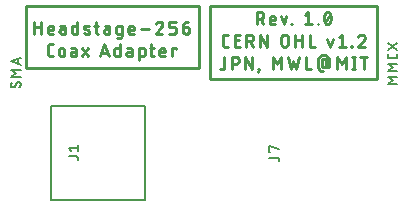
<source format=gto>
G75*
%MOIN*%
%OFA0B0*%
%FSLAX25Y25*%
%IPPOS*%
%LPD*%
%AMOC8*
5,1,8,0,0,1.08239X$1,22.5*
%
%ADD10C,0.00700*%
%ADD11C,0.00900*%
%ADD12C,0.01000*%
%ADD13C,0.00500*%
D10*
X0027195Y0017720D02*
X0027247Y0017718D01*
X0027299Y0017713D01*
X0027351Y0017703D01*
X0027402Y0017690D01*
X0027451Y0017674D01*
X0027500Y0017654D01*
X0027546Y0017630D01*
X0027591Y0017604D01*
X0027634Y0017574D01*
X0027675Y0017541D01*
X0027713Y0017505D01*
X0027749Y0017467D01*
X0027782Y0017426D01*
X0027812Y0017383D01*
X0027838Y0017338D01*
X0027862Y0017291D01*
X0027882Y0017243D01*
X0027898Y0017194D01*
X0027911Y0017143D01*
X0027921Y0017091D01*
X0027926Y0017039D01*
X0027928Y0016987D01*
X0027928Y0016620D01*
X0027195Y0017720D02*
X0024628Y0017720D01*
X0025362Y0019584D02*
X0024628Y0020500D01*
X0027928Y0020500D01*
X0027928Y0019584D02*
X0027928Y0021417D01*
X0006744Y0041151D02*
X0007294Y0042160D01*
X0008668Y0041793D02*
X0008666Y0041717D01*
X0008660Y0041640D01*
X0008651Y0041565D01*
X0008638Y0041489D01*
X0008621Y0041415D01*
X0008601Y0041341D01*
X0008576Y0041268D01*
X0008549Y0041197D01*
X0008518Y0041127D01*
X0008483Y0041059D01*
X0008445Y0040993D01*
X0008404Y0040928D01*
X0008360Y0040866D01*
X0008313Y0040806D01*
X0008263Y0040748D01*
X0008210Y0040693D01*
X0007293Y0042159D02*
X0007321Y0042203D01*
X0007351Y0042244D01*
X0007385Y0042283D01*
X0007421Y0042320D01*
X0007460Y0042355D01*
X0007500Y0042386D01*
X0007543Y0042415D01*
X0007588Y0042440D01*
X0007634Y0042463D01*
X0007682Y0042482D01*
X0007731Y0042498D01*
X0007781Y0042510D01*
X0007832Y0042519D01*
X0007883Y0042524D01*
X0007935Y0042526D01*
X0007987Y0042524D01*
X0008039Y0042519D01*
X0008091Y0042509D01*
X0008142Y0042496D01*
X0008191Y0042480D01*
X0008239Y0042460D01*
X0008286Y0042436D01*
X0008331Y0042410D01*
X0008374Y0042380D01*
X0008415Y0042347D01*
X0008453Y0042311D01*
X0008489Y0042273D01*
X0008522Y0042232D01*
X0008552Y0042189D01*
X0008578Y0042144D01*
X0008602Y0042097D01*
X0008622Y0042049D01*
X0008638Y0042000D01*
X0008651Y0041949D01*
X0008661Y0041897D01*
X0008666Y0041845D01*
X0008668Y0041793D01*
X0005644Y0042343D02*
X0005601Y0042283D01*
X0005562Y0042221D01*
X0005526Y0042156D01*
X0005494Y0042090D01*
X0005465Y0042022D01*
X0005440Y0041953D01*
X0005418Y0041882D01*
X0005401Y0041811D01*
X0005387Y0041738D01*
X0005377Y0041665D01*
X0005371Y0041592D01*
X0005369Y0041518D01*
X0005371Y0041466D01*
X0005376Y0041414D01*
X0005386Y0041362D01*
X0005399Y0041311D01*
X0005415Y0041262D01*
X0005435Y0041214D01*
X0005459Y0041167D01*
X0005485Y0041122D01*
X0005515Y0041079D01*
X0005548Y0041038D01*
X0005584Y0041000D01*
X0005622Y0040964D01*
X0005663Y0040931D01*
X0005706Y0040901D01*
X0005751Y0040875D01*
X0005798Y0040851D01*
X0005846Y0040831D01*
X0005895Y0040815D01*
X0005946Y0040802D01*
X0005998Y0040792D01*
X0006050Y0040787D01*
X0006102Y0040785D01*
X0006102Y0040784D02*
X0006154Y0040786D01*
X0006205Y0040791D01*
X0006256Y0040800D01*
X0006306Y0040812D01*
X0006355Y0040828D01*
X0006403Y0040847D01*
X0006449Y0040870D01*
X0006494Y0040895D01*
X0006537Y0040924D01*
X0006577Y0040955D01*
X0006616Y0040990D01*
X0006652Y0041027D01*
X0006686Y0041066D01*
X0006716Y0041107D01*
X0006744Y0041151D01*
X0005369Y0044350D02*
X0007202Y0045450D01*
X0005369Y0046550D01*
X0008669Y0046550D01*
X0008669Y0048309D02*
X0005369Y0049409D01*
X0008669Y0050509D01*
X0007844Y0050234D02*
X0007844Y0048584D01*
X0008669Y0044350D02*
X0005369Y0044350D01*
X0091557Y0021023D02*
X0091557Y0019190D01*
X0091924Y0019190D01*
X0091557Y0021023D02*
X0094857Y0020107D01*
X0094124Y0017327D02*
X0091557Y0017327D01*
X0094124Y0017326D02*
X0094176Y0017324D01*
X0094228Y0017319D01*
X0094280Y0017309D01*
X0094331Y0017296D01*
X0094380Y0017280D01*
X0094429Y0017260D01*
X0094475Y0017236D01*
X0094520Y0017210D01*
X0094563Y0017180D01*
X0094604Y0017147D01*
X0094642Y0017111D01*
X0094678Y0017073D01*
X0094711Y0017032D01*
X0094741Y0016989D01*
X0094767Y0016944D01*
X0094791Y0016897D01*
X0094811Y0016849D01*
X0094827Y0016800D01*
X0094840Y0016749D01*
X0094850Y0016697D01*
X0094855Y0016645D01*
X0094857Y0016593D01*
X0094857Y0016227D01*
X0130959Y0042011D02*
X0132792Y0043111D01*
X0130959Y0044211D01*
X0134259Y0044211D01*
X0134259Y0046331D02*
X0130959Y0046331D01*
X0132792Y0047431D01*
X0130959Y0048531D01*
X0134259Y0048531D01*
X0133526Y0050457D02*
X0131692Y0050457D01*
X0131692Y0050458D02*
X0131640Y0050460D01*
X0131588Y0050465D01*
X0131536Y0050475D01*
X0131485Y0050488D01*
X0131436Y0050504D01*
X0131388Y0050524D01*
X0131341Y0050548D01*
X0131296Y0050574D01*
X0131253Y0050604D01*
X0131212Y0050637D01*
X0131174Y0050673D01*
X0131138Y0050711D01*
X0131105Y0050752D01*
X0131075Y0050795D01*
X0131049Y0050840D01*
X0131025Y0050886D01*
X0131005Y0050935D01*
X0130989Y0050984D01*
X0130976Y0051035D01*
X0130966Y0051087D01*
X0130961Y0051139D01*
X0130959Y0051191D01*
X0130959Y0051924D01*
X0130959Y0053291D02*
X0134259Y0055491D01*
X0134259Y0053291D02*
X0130959Y0055491D01*
X0134259Y0051924D02*
X0134259Y0051191D01*
X0134257Y0051139D01*
X0134252Y0051087D01*
X0134242Y0051035D01*
X0134229Y0050984D01*
X0134213Y0050935D01*
X0134193Y0050887D01*
X0134169Y0050840D01*
X0134143Y0050795D01*
X0134113Y0050752D01*
X0134080Y0050711D01*
X0134044Y0050673D01*
X0134006Y0050637D01*
X0133965Y0050604D01*
X0133922Y0050574D01*
X0133877Y0050548D01*
X0133831Y0050524D01*
X0133782Y0050504D01*
X0133733Y0050488D01*
X0133682Y0050475D01*
X0133630Y0050465D01*
X0133578Y0050460D01*
X0133526Y0050458D01*
X0134259Y0042011D02*
X0130959Y0042011D01*
D11*
X0122984Y0046754D02*
X0122984Y0050854D01*
X0121846Y0050854D02*
X0124123Y0050854D01*
X0120140Y0050854D02*
X0119229Y0050854D01*
X0119684Y0050854D02*
X0119684Y0046754D01*
X0119229Y0046754D02*
X0120140Y0046754D01*
X0117001Y0046754D02*
X0117001Y0050854D01*
X0115634Y0048576D01*
X0114268Y0050854D01*
X0114268Y0046754D01*
X0111457Y0048007D02*
X0111457Y0049715D01*
X0110318Y0050171D02*
X0110318Y0048007D01*
X0110320Y0047960D01*
X0110326Y0047913D01*
X0110335Y0047867D01*
X0110349Y0047822D01*
X0110366Y0047778D01*
X0110387Y0047736D01*
X0110411Y0047696D01*
X0110438Y0047658D01*
X0110468Y0047622D01*
X0110502Y0047588D01*
X0110538Y0047558D01*
X0110576Y0047531D01*
X0110616Y0047507D01*
X0110658Y0047486D01*
X0110702Y0047469D01*
X0110747Y0047455D01*
X0110793Y0047446D01*
X0110840Y0047440D01*
X0110887Y0047438D01*
X0110934Y0047440D01*
X0110981Y0047446D01*
X0111027Y0047455D01*
X0111072Y0047469D01*
X0111116Y0047486D01*
X0111158Y0047507D01*
X0111198Y0047531D01*
X0111236Y0047558D01*
X0111272Y0047588D01*
X0111306Y0047622D01*
X0111336Y0047658D01*
X0111363Y0047696D01*
X0111387Y0047736D01*
X0111408Y0047778D01*
X0111425Y0047822D01*
X0111439Y0047867D01*
X0111448Y0047913D01*
X0111454Y0047960D01*
X0111456Y0048007D01*
X0110317Y0048121D02*
X0110315Y0048070D01*
X0110309Y0048019D01*
X0110300Y0047969D01*
X0110287Y0047920D01*
X0110270Y0047871D01*
X0110249Y0047825D01*
X0110225Y0047780D01*
X0110198Y0047736D01*
X0110168Y0047695D01*
X0110135Y0047656D01*
X0110099Y0047620D01*
X0110060Y0047587D01*
X0110019Y0047557D01*
X0109976Y0047530D01*
X0109930Y0047506D01*
X0109884Y0047485D01*
X0109835Y0047468D01*
X0109786Y0047455D01*
X0109736Y0047446D01*
X0109685Y0047440D01*
X0109634Y0047438D01*
X0109583Y0047440D01*
X0109532Y0047446D01*
X0109482Y0047455D01*
X0109433Y0047468D01*
X0109384Y0047485D01*
X0109338Y0047506D01*
X0109293Y0047530D01*
X0109249Y0047557D01*
X0109208Y0047587D01*
X0109169Y0047620D01*
X0109133Y0047656D01*
X0109100Y0047695D01*
X0109070Y0047736D01*
X0109043Y0047780D01*
X0109019Y0047825D01*
X0108998Y0047871D01*
X0108981Y0047920D01*
X0108968Y0047969D01*
X0108959Y0048019D01*
X0108953Y0048070D01*
X0108951Y0048121D01*
X0108951Y0049487D01*
X0108953Y0049538D01*
X0108959Y0049589D01*
X0108968Y0049639D01*
X0108981Y0049688D01*
X0108998Y0049737D01*
X0109019Y0049783D01*
X0109043Y0049829D01*
X0109070Y0049872D01*
X0109100Y0049913D01*
X0109133Y0049952D01*
X0109169Y0049988D01*
X0109208Y0050021D01*
X0109249Y0050051D01*
X0109293Y0050078D01*
X0109338Y0050102D01*
X0109384Y0050123D01*
X0109433Y0050140D01*
X0109482Y0050153D01*
X0109532Y0050162D01*
X0109583Y0050168D01*
X0109634Y0050170D01*
X0109634Y0050171D02*
X0110318Y0050171D01*
X0111456Y0049715D02*
X0111454Y0049799D01*
X0111448Y0049883D01*
X0111439Y0049967D01*
X0111425Y0050050D01*
X0111408Y0050132D01*
X0111386Y0050214D01*
X0111362Y0050294D01*
X0111333Y0050373D01*
X0111301Y0050451D01*
X0111265Y0050527D01*
X0111226Y0050602D01*
X0111183Y0050674D01*
X0111137Y0050745D01*
X0111088Y0050813D01*
X0111036Y0050879D01*
X0110980Y0050942D01*
X0110922Y0051003D01*
X0110861Y0051061D01*
X0110798Y0051117D01*
X0110732Y0051169D01*
X0110664Y0051218D01*
X0110593Y0051264D01*
X0110521Y0051307D01*
X0110446Y0051346D01*
X0110370Y0051382D01*
X0110292Y0051414D01*
X0110213Y0051443D01*
X0110133Y0051467D01*
X0110051Y0051489D01*
X0109969Y0051506D01*
X0109886Y0051520D01*
X0109802Y0051529D01*
X0109718Y0051535D01*
X0109634Y0051537D01*
X0109550Y0051535D01*
X0109466Y0051529D01*
X0109382Y0051520D01*
X0109299Y0051506D01*
X0109217Y0051489D01*
X0109135Y0051467D01*
X0109055Y0051443D01*
X0108976Y0051414D01*
X0108898Y0051382D01*
X0108822Y0051346D01*
X0108747Y0051307D01*
X0108675Y0051264D01*
X0108604Y0051218D01*
X0108536Y0051169D01*
X0108470Y0051117D01*
X0108407Y0051061D01*
X0108346Y0051003D01*
X0108288Y0050942D01*
X0108232Y0050879D01*
X0108180Y0050813D01*
X0108131Y0050745D01*
X0108085Y0050674D01*
X0108042Y0050602D01*
X0108003Y0050527D01*
X0107967Y0050451D01*
X0107935Y0050373D01*
X0107906Y0050294D01*
X0107882Y0050214D01*
X0107860Y0050132D01*
X0107843Y0050050D01*
X0107829Y0049967D01*
X0107820Y0049883D01*
X0107814Y0049799D01*
X0107812Y0049715D01*
X0107812Y0047779D01*
X0107813Y0047779D02*
X0107815Y0047699D01*
X0107821Y0047619D01*
X0107830Y0047539D01*
X0107843Y0047459D01*
X0107860Y0047381D01*
X0107880Y0047303D01*
X0107905Y0047227D01*
X0107932Y0047151D01*
X0107963Y0047077D01*
X0107998Y0047005D01*
X0108036Y0046934D01*
X0108077Y0046865D01*
X0108122Y0046798D01*
X0108169Y0046733D01*
X0108220Y0046671D01*
X0108273Y0046611D01*
X0108330Y0046553D01*
X0108388Y0046499D01*
X0108450Y0046447D01*
X0108513Y0046398D01*
X0108579Y0046352D01*
X0108647Y0046309D01*
X0108717Y0046270D01*
X0108789Y0046233D01*
X0108862Y0046200D01*
X0108937Y0046171D01*
X0109013Y0046145D01*
X0109090Y0046123D01*
X0109169Y0046105D01*
X0109248Y0046090D01*
X0109327Y0046078D01*
X0109407Y0046071D01*
X0105532Y0046754D02*
X0103710Y0046754D01*
X0103710Y0050854D01*
X0101407Y0050854D02*
X0100496Y0046754D01*
X0099584Y0049487D01*
X0098673Y0046754D01*
X0097762Y0050854D01*
X0095401Y0050854D02*
X0095401Y0046754D01*
X0092668Y0046754D02*
X0092668Y0050854D01*
X0094034Y0048576D01*
X0095401Y0050854D01*
X0090779Y0054254D02*
X0090779Y0058354D01*
X0088502Y0058354D02*
X0090779Y0054254D01*
X0088502Y0054254D02*
X0088502Y0058354D01*
X0085038Y0058354D02*
X0083899Y0058354D01*
X0083899Y0054254D01*
X0085265Y0056076D02*
X0086177Y0054254D01*
X0085038Y0056076D02*
X0083899Y0056076D01*
X0085038Y0056076D02*
X0085104Y0056078D01*
X0085170Y0056084D01*
X0085236Y0056093D01*
X0085301Y0056107D01*
X0085365Y0056124D01*
X0085428Y0056145D01*
X0085489Y0056169D01*
X0085549Y0056197D01*
X0085608Y0056229D01*
X0085664Y0056263D01*
X0085718Y0056301D01*
X0085770Y0056342D01*
X0085820Y0056387D01*
X0085866Y0056433D01*
X0085911Y0056483D01*
X0085952Y0056535D01*
X0085990Y0056589D01*
X0086024Y0056646D01*
X0086056Y0056704D01*
X0086084Y0056764D01*
X0086108Y0056825D01*
X0086129Y0056888D01*
X0086146Y0056952D01*
X0086160Y0057017D01*
X0086169Y0057083D01*
X0086175Y0057149D01*
X0086177Y0057215D01*
X0086175Y0057281D01*
X0086169Y0057347D01*
X0086160Y0057413D01*
X0086146Y0057478D01*
X0086129Y0057542D01*
X0086108Y0057605D01*
X0086084Y0057666D01*
X0086056Y0057726D01*
X0086024Y0057785D01*
X0085990Y0057841D01*
X0085952Y0057895D01*
X0085911Y0057947D01*
X0085866Y0057997D01*
X0085820Y0058043D01*
X0085770Y0058088D01*
X0085718Y0058129D01*
X0085664Y0058167D01*
X0085607Y0058201D01*
X0085549Y0058233D01*
X0085489Y0058261D01*
X0085428Y0058285D01*
X0085365Y0058306D01*
X0085301Y0058323D01*
X0085236Y0058337D01*
X0085170Y0058346D01*
X0085104Y0058352D01*
X0085038Y0058354D01*
X0081788Y0058354D02*
X0079966Y0058354D01*
X0079966Y0054254D01*
X0081788Y0054254D01*
X0081333Y0056532D02*
X0079966Y0056532D01*
X0076942Y0058354D02*
X0076882Y0058352D01*
X0076823Y0058346D01*
X0076764Y0058336D01*
X0076706Y0058323D01*
X0076649Y0058306D01*
X0076593Y0058285D01*
X0076539Y0058260D01*
X0076486Y0058232D01*
X0076436Y0058200D01*
X0076387Y0058166D01*
X0076341Y0058128D01*
X0076298Y0058087D01*
X0076257Y0058044D01*
X0076219Y0057998D01*
X0076185Y0057949D01*
X0076153Y0057898D01*
X0076125Y0057846D01*
X0076100Y0057792D01*
X0076079Y0057736D01*
X0076062Y0057679D01*
X0076049Y0057621D01*
X0076039Y0057562D01*
X0076033Y0057503D01*
X0076031Y0057443D01*
X0076030Y0057443D02*
X0076030Y0055165D01*
X0076031Y0055165D02*
X0076033Y0055105D01*
X0076039Y0055046D01*
X0076049Y0054987D01*
X0076062Y0054929D01*
X0076079Y0054872D01*
X0076100Y0054816D01*
X0076125Y0054762D01*
X0076153Y0054710D01*
X0076185Y0054659D01*
X0076219Y0054610D01*
X0076257Y0054564D01*
X0076298Y0054521D01*
X0076341Y0054480D01*
X0076387Y0054442D01*
X0076436Y0054408D01*
X0076487Y0054376D01*
X0076539Y0054348D01*
X0076593Y0054323D01*
X0076649Y0054302D01*
X0076706Y0054285D01*
X0076764Y0054272D01*
X0076823Y0054262D01*
X0076882Y0054256D01*
X0076942Y0054254D01*
X0077853Y0054254D01*
X0076603Y0050854D02*
X0076603Y0047665D01*
X0076601Y0047605D01*
X0076595Y0047546D01*
X0076585Y0047487D01*
X0076572Y0047429D01*
X0076555Y0047372D01*
X0076534Y0047316D01*
X0076509Y0047262D01*
X0076481Y0047210D01*
X0076449Y0047159D01*
X0076415Y0047110D01*
X0076377Y0047064D01*
X0076336Y0047021D01*
X0076293Y0046980D01*
X0076247Y0046942D01*
X0076198Y0046908D01*
X0076148Y0046876D01*
X0076095Y0046848D01*
X0076041Y0046823D01*
X0075985Y0046802D01*
X0075928Y0046785D01*
X0075870Y0046772D01*
X0075811Y0046762D01*
X0075752Y0046756D01*
X0075692Y0046754D01*
X0075237Y0046754D01*
X0079204Y0046754D02*
X0079204Y0050854D01*
X0080343Y0050854D01*
X0080409Y0050852D01*
X0080475Y0050846D01*
X0080541Y0050837D01*
X0080606Y0050823D01*
X0080670Y0050806D01*
X0080733Y0050785D01*
X0080794Y0050761D01*
X0080854Y0050733D01*
X0080912Y0050701D01*
X0080969Y0050667D01*
X0081023Y0050629D01*
X0081075Y0050588D01*
X0081125Y0050543D01*
X0081171Y0050497D01*
X0081216Y0050447D01*
X0081257Y0050395D01*
X0081295Y0050341D01*
X0081329Y0050285D01*
X0081361Y0050226D01*
X0081389Y0050166D01*
X0081413Y0050105D01*
X0081434Y0050042D01*
X0081451Y0049978D01*
X0081465Y0049913D01*
X0081474Y0049847D01*
X0081480Y0049781D01*
X0081482Y0049715D01*
X0081480Y0049649D01*
X0081474Y0049583D01*
X0081465Y0049517D01*
X0081451Y0049452D01*
X0081434Y0049388D01*
X0081413Y0049325D01*
X0081389Y0049264D01*
X0081361Y0049204D01*
X0081329Y0049146D01*
X0081295Y0049089D01*
X0081257Y0049035D01*
X0081216Y0048983D01*
X0081171Y0048933D01*
X0081125Y0048887D01*
X0081075Y0048842D01*
X0081023Y0048801D01*
X0080969Y0048763D01*
X0080913Y0048729D01*
X0080854Y0048697D01*
X0080794Y0048669D01*
X0080733Y0048645D01*
X0080670Y0048624D01*
X0080606Y0048607D01*
X0080541Y0048593D01*
X0080475Y0048584D01*
X0080409Y0048578D01*
X0080343Y0048576D01*
X0079204Y0048576D01*
X0083596Y0046754D02*
X0083596Y0050854D01*
X0085873Y0046754D01*
X0085873Y0050854D01*
X0087893Y0046982D02*
X0088121Y0046982D01*
X0088121Y0046754D01*
X0087779Y0045843D01*
X0087893Y0046754D02*
X0087893Y0046982D01*
X0087893Y0046754D02*
X0088121Y0046754D01*
X0100202Y0054254D02*
X0100202Y0058354D01*
X0102479Y0058354D02*
X0102479Y0054254D01*
X0105016Y0054254D02*
X0106838Y0054254D01*
X0105016Y0054254D02*
X0105016Y0058354D01*
X0102479Y0056532D02*
X0100202Y0056532D01*
X0097829Y0057215D02*
X0097829Y0055393D01*
X0097830Y0055393D02*
X0097828Y0055327D01*
X0097822Y0055261D01*
X0097813Y0055195D01*
X0097799Y0055130D01*
X0097782Y0055066D01*
X0097761Y0055003D01*
X0097737Y0054942D01*
X0097709Y0054882D01*
X0097677Y0054824D01*
X0097643Y0054767D01*
X0097605Y0054713D01*
X0097564Y0054661D01*
X0097519Y0054611D01*
X0097473Y0054565D01*
X0097423Y0054520D01*
X0097371Y0054479D01*
X0097317Y0054441D01*
X0097261Y0054407D01*
X0097202Y0054375D01*
X0097142Y0054347D01*
X0097081Y0054323D01*
X0097018Y0054302D01*
X0096954Y0054285D01*
X0096889Y0054271D01*
X0096823Y0054262D01*
X0096757Y0054256D01*
X0096691Y0054254D01*
X0096625Y0054256D01*
X0096559Y0054262D01*
X0096493Y0054271D01*
X0096428Y0054285D01*
X0096364Y0054302D01*
X0096301Y0054323D01*
X0096240Y0054347D01*
X0096180Y0054375D01*
X0096122Y0054407D01*
X0096065Y0054441D01*
X0096011Y0054479D01*
X0095959Y0054520D01*
X0095909Y0054565D01*
X0095863Y0054611D01*
X0095818Y0054661D01*
X0095777Y0054713D01*
X0095739Y0054767D01*
X0095705Y0054824D01*
X0095673Y0054882D01*
X0095645Y0054942D01*
X0095621Y0055003D01*
X0095600Y0055066D01*
X0095583Y0055130D01*
X0095569Y0055195D01*
X0095560Y0055261D01*
X0095554Y0055327D01*
X0095552Y0055393D01*
X0095552Y0057215D01*
X0095554Y0057281D01*
X0095560Y0057347D01*
X0095569Y0057413D01*
X0095583Y0057478D01*
X0095600Y0057542D01*
X0095621Y0057605D01*
X0095645Y0057666D01*
X0095673Y0057726D01*
X0095705Y0057785D01*
X0095739Y0057841D01*
X0095777Y0057895D01*
X0095818Y0057947D01*
X0095863Y0057997D01*
X0095909Y0058043D01*
X0095959Y0058088D01*
X0096011Y0058129D01*
X0096065Y0058167D01*
X0096122Y0058201D01*
X0096180Y0058233D01*
X0096240Y0058261D01*
X0096301Y0058285D01*
X0096364Y0058306D01*
X0096428Y0058323D01*
X0096493Y0058337D01*
X0096559Y0058346D01*
X0096625Y0058352D01*
X0096691Y0058354D01*
X0096757Y0058352D01*
X0096823Y0058346D01*
X0096889Y0058337D01*
X0096954Y0058323D01*
X0097018Y0058306D01*
X0097081Y0058285D01*
X0097142Y0058261D01*
X0097202Y0058233D01*
X0097261Y0058201D01*
X0097317Y0058167D01*
X0097371Y0058129D01*
X0097423Y0058088D01*
X0097473Y0058043D01*
X0097519Y0057997D01*
X0097564Y0057947D01*
X0097605Y0057895D01*
X0097643Y0057841D01*
X0097677Y0057785D01*
X0097709Y0057726D01*
X0097737Y0057666D01*
X0097761Y0057605D01*
X0097782Y0057542D01*
X0097799Y0057478D01*
X0097813Y0057413D01*
X0097822Y0057347D01*
X0097828Y0057281D01*
X0097830Y0057215D01*
X0098942Y0061754D02*
X0099170Y0061754D01*
X0099170Y0061982D01*
X0098942Y0061982D01*
X0098942Y0061754D01*
X0096356Y0061754D02*
X0097267Y0064487D01*
X0095445Y0064487D02*
X0096356Y0061754D01*
X0093517Y0061754D02*
X0092379Y0061754D01*
X0092328Y0061756D01*
X0092277Y0061762D01*
X0092227Y0061771D01*
X0092178Y0061784D01*
X0092129Y0061801D01*
X0092083Y0061822D01*
X0092038Y0061846D01*
X0091994Y0061873D01*
X0091953Y0061903D01*
X0091914Y0061936D01*
X0091878Y0061972D01*
X0091845Y0062011D01*
X0091815Y0062052D01*
X0091788Y0062096D01*
X0091764Y0062141D01*
X0091743Y0062187D01*
X0091726Y0062236D01*
X0091713Y0062285D01*
X0091704Y0062335D01*
X0091698Y0062386D01*
X0091696Y0062437D01*
X0091695Y0062437D02*
X0091695Y0063576D01*
X0091695Y0063121D02*
X0093517Y0063121D01*
X0093517Y0063576D01*
X0093515Y0063636D01*
X0093509Y0063695D01*
X0093499Y0063754D01*
X0093486Y0063812D01*
X0093469Y0063869D01*
X0093448Y0063925D01*
X0093423Y0063979D01*
X0093395Y0064032D01*
X0093363Y0064082D01*
X0093329Y0064131D01*
X0093291Y0064177D01*
X0093250Y0064220D01*
X0093207Y0064261D01*
X0093161Y0064299D01*
X0093112Y0064333D01*
X0093062Y0064365D01*
X0093009Y0064393D01*
X0092955Y0064418D01*
X0092899Y0064439D01*
X0092842Y0064456D01*
X0092784Y0064469D01*
X0092725Y0064479D01*
X0092666Y0064485D01*
X0092606Y0064487D01*
X0092546Y0064485D01*
X0092487Y0064479D01*
X0092428Y0064469D01*
X0092370Y0064456D01*
X0092313Y0064439D01*
X0092257Y0064418D01*
X0092203Y0064393D01*
X0092151Y0064365D01*
X0092100Y0064333D01*
X0092051Y0064299D01*
X0092005Y0064261D01*
X0091962Y0064220D01*
X0091921Y0064177D01*
X0091883Y0064131D01*
X0091849Y0064082D01*
X0091817Y0064032D01*
X0091789Y0063979D01*
X0091764Y0063925D01*
X0091743Y0063869D01*
X0091726Y0063812D01*
X0091713Y0063754D01*
X0091703Y0063695D01*
X0091697Y0063636D01*
X0091695Y0063576D01*
X0089592Y0061754D02*
X0088681Y0063576D01*
X0088453Y0063576D02*
X0087315Y0063576D01*
X0088453Y0063576D02*
X0088519Y0063578D01*
X0088585Y0063584D01*
X0088651Y0063593D01*
X0088716Y0063607D01*
X0088780Y0063624D01*
X0088843Y0063645D01*
X0088904Y0063669D01*
X0088964Y0063697D01*
X0089023Y0063729D01*
X0089079Y0063763D01*
X0089133Y0063801D01*
X0089185Y0063842D01*
X0089235Y0063887D01*
X0089281Y0063933D01*
X0089326Y0063983D01*
X0089367Y0064035D01*
X0089405Y0064089D01*
X0089439Y0064146D01*
X0089471Y0064204D01*
X0089499Y0064264D01*
X0089523Y0064325D01*
X0089544Y0064388D01*
X0089561Y0064452D01*
X0089575Y0064517D01*
X0089584Y0064583D01*
X0089590Y0064649D01*
X0089592Y0064715D01*
X0089590Y0064781D01*
X0089584Y0064847D01*
X0089575Y0064913D01*
X0089561Y0064978D01*
X0089544Y0065042D01*
X0089523Y0065105D01*
X0089499Y0065166D01*
X0089471Y0065226D01*
X0089439Y0065285D01*
X0089405Y0065341D01*
X0089367Y0065395D01*
X0089326Y0065447D01*
X0089281Y0065497D01*
X0089235Y0065543D01*
X0089185Y0065588D01*
X0089133Y0065629D01*
X0089079Y0065667D01*
X0089022Y0065701D01*
X0088964Y0065733D01*
X0088904Y0065761D01*
X0088843Y0065785D01*
X0088780Y0065806D01*
X0088716Y0065823D01*
X0088651Y0065837D01*
X0088585Y0065846D01*
X0088519Y0065852D01*
X0088453Y0065854D01*
X0087315Y0065854D01*
X0087315Y0061754D01*
X0077853Y0058354D02*
X0076942Y0058354D01*
X0064939Y0059724D02*
X0064939Y0059951D01*
X0064937Y0060011D01*
X0064931Y0060070D01*
X0064921Y0060129D01*
X0064908Y0060187D01*
X0064891Y0060244D01*
X0064870Y0060300D01*
X0064845Y0060354D01*
X0064817Y0060407D01*
X0064785Y0060457D01*
X0064751Y0060506D01*
X0064713Y0060552D01*
X0064672Y0060595D01*
X0064629Y0060636D01*
X0064583Y0060674D01*
X0064534Y0060708D01*
X0064484Y0060740D01*
X0064431Y0060768D01*
X0064377Y0060793D01*
X0064321Y0060814D01*
X0064264Y0060831D01*
X0064206Y0060844D01*
X0064147Y0060854D01*
X0064088Y0060860D01*
X0064028Y0060862D01*
X0062661Y0060862D01*
X0062661Y0059724D01*
X0062663Y0059658D01*
X0062669Y0059592D01*
X0062678Y0059526D01*
X0062692Y0059461D01*
X0062709Y0059397D01*
X0062730Y0059334D01*
X0062754Y0059273D01*
X0062782Y0059213D01*
X0062814Y0059155D01*
X0062848Y0059098D01*
X0062886Y0059044D01*
X0062927Y0058992D01*
X0062972Y0058942D01*
X0063018Y0058896D01*
X0063068Y0058851D01*
X0063120Y0058810D01*
X0063174Y0058772D01*
X0063231Y0058738D01*
X0063289Y0058706D01*
X0063349Y0058678D01*
X0063410Y0058654D01*
X0063473Y0058633D01*
X0063537Y0058616D01*
X0063602Y0058602D01*
X0063668Y0058593D01*
X0063734Y0058587D01*
X0063800Y0058585D01*
X0063866Y0058587D01*
X0063932Y0058593D01*
X0063998Y0058602D01*
X0064063Y0058616D01*
X0064127Y0058633D01*
X0064190Y0058654D01*
X0064251Y0058678D01*
X0064311Y0058706D01*
X0064370Y0058738D01*
X0064426Y0058772D01*
X0064480Y0058810D01*
X0064532Y0058851D01*
X0064582Y0058896D01*
X0064628Y0058942D01*
X0064673Y0058992D01*
X0064714Y0059044D01*
X0064752Y0059098D01*
X0064786Y0059155D01*
X0064818Y0059213D01*
X0064846Y0059273D01*
X0064870Y0059334D01*
X0064891Y0059397D01*
X0064908Y0059461D01*
X0064922Y0059526D01*
X0064931Y0059592D01*
X0064937Y0059658D01*
X0064939Y0059724D01*
X0062661Y0060862D02*
X0062663Y0060946D01*
X0062669Y0061030D01*
X0062678Y0061114D01*
X0062692Y0061197D01*
X0062709Y0061279D01*
X0062731Y0061361D01*
X0062755Y0061441D01*
X0062784Y0061520D01*
X0062816Y0061598D01*
X0062852Y0061674D01*
X0062891Y0061749D01*
X0062934Y0061821D01*
X0062980Y0061892D01*
X0063029Y0061960D01*
X0063081Y0062026D01*
X0063137Y0062089D01*
X0063195Y0062150D01*
X0063256Y0062208D01*
X0063319Y0062264D01*
X0063385Y0062316D01*
X0063453Y0062365D01*
X0063524Y0062411D01*
X0063596Y0062454D01*
X0063671Y0062493D01*
X0063747Y0062529D01*
X0063825Y0062561D01*
X0063904Y0062590D01*
X0063984Y0062614D01*
X0064066Y0062636D01*
X0064148Y0062653D01*
X0064231Y0062667D01*
X0064315Y0062676D01*
X0064399Y0062682D01*
X0064483Y0062684D01*
X0060439Y0062685D02*
X0058161Y0062685D01*
X0058161Y0060862D01*
X0059528Y0060862D01*
X0059588Y0060860D01*
X0059647Y0060854D01*
X0059706Y0060844D01*
X0059764Y0060831D01*
X0059821Y0060814D01*
X0059877Y0060793D01*
X0059931Y0060768D01*
X0059984Y0060740D01*
X0060034Y0060708D01*
X0060083Y0060674D01*
X0060129Y0060636D01*
X0060172Y0060595D01*
X0060213Y0060552D01*
X0060251Y0060506D01*
X0060285Y0060457D01*
X0060317Y0060407D01*
X0060345Y0060354D01*
X0060370Y0060300D01*
X0060391Y0060244D01*
X0060408Y0060187D01*
X0060421Y0060129D01*
X0060431Y0060070D01*
X0060437Y0060011D01*
X0060439Y0059951D01*
X0060439Y0059496D01*
X0060437Y0059436D01*
X0060431Y0059377D01*
X0060421Y0059318D01*
X0060408Y0059260D01*
X0060391Y0059203D01*
X0060370Y0059147D01*
X0060345Y0059093D01*
X0060317Y0059041D01*
X0060285Y0058990D01*
X0060251Y0058941D01*
X0060213Y0058895D01*
X0060172Y0058852D01*
X0060129Y0058811D01*
X0060083Y0058773D01*
X0060034Y0058739D01*
X0059984Y0058707D01*
X0059931Y0058679D01*
X0059877Y0058654D01*
X0059821Y0058633D01*
X0059764Y0058616D01*
X0059706Y0058603D01*
X0059647Y0058593D01*
X0059588Y0058587D01*
X0059528Y0058585D01*
X0058161Y0058585D01*
X0055939Y0058585D02*
X0053661Y0058585D01*
X0055597Y0060862D01*
X0054914Y0062685D02*
X0054845Y0062683D01*
X0054776Y0062678D01*
X0054708Y0062669D01*
X0054640Y0062656D01*
X0054573Y0062640D01*
X0054507Y0062620D01*
X0054442Y0062597D01*
X0054378Y0062571D01*
X0054316Y0062541D01*
X0054255Y0062508D01*
X0054196Y0062472D01*
X0054139Y0062433D01*
X0054085Y0062391D01*
X0054032Y0062346D01*
X0053982Y0062299D01*
X0053935Y0062249D01*
X0053890Y0062196D01*
X0053848Y0062141D01*
X0053809Y0062084D01*
X0053773Y0062026D01*
X0053740Y0061965D01*
X0053710Y0061903D01*
X0053684Y0061839D01*
X0053661Y0061774D01*
X0055597Y0060863D02*
X0055642Y0060908D01*
X0055684Y0060956D01*
X0055724Y0061006D01*
X0055760Y0061058D01*
X0055793Y0061112D01*
X0055823Y0061169D01*
X0055850Y0061226D01*
X0055873Y0061286D01*
X0055893Y0061346D01*
X0055910Y0061408D01*
X0055922Y0061470D01*
X0055932Y0061533D01*
X0055937Y0061596D01*
X0055939Y0061660D01*
X0055937Y0061722D01*
X0055932Y0061784D01*
X0055922Y0061845D01*
X0055909Y0061905D01*
X0055893Y0061965D01*
X0055872Y0062023D01*
X0055849Y0062081D01*
X0055822Y0062136D01*
X0055791Y0062190D01*
X0055758Y0062242D01*
X0055721Y0062292D01*
X0055681Y0062340D01*
X0055639Y0062385D01*
X0055594Y0062427D01*
X0055546Y0062467D01*
X0055496Y0062504D01*
X0055444Y0062537D01*
X0055390Y0062568D01*
X0055335Y0062595D01*
X0055277Y0062618D01*
X0055219Y0062639D01*
X0055159Y0062655D01*
X0055099Y0062668D01*
X0055038Y0062678D01*
X0054976Y0062683D01*
X0054914Y0062685D01*
X0051367Y0060179D02*
X0048633Y0060179D01*
X0046411Y0060407D02*
X0046411Y0059951D01*
X0044589Y0059951D01*
X0044589Y0060407D02*
X0044589Y0059268D01*
X0044591Y0059217D01*
X0044597Y0059166D01*
X0044606Y0059116D01*
X0044619Y0059067D01*
X0044636Y0059018D01*
X0044657Y0058972D01*
X0044681Y0058927D01*
X0044708Y0058883D01*
X0044738Y0058842D01*
X0044771Y0058803D01*
X0044807Y0058767D01*
X0044846Y0058734D01*
X0044887Y0058704D01*
X0044931Y0058677D01*
X0044976Y0058653D01*
X0045022Y0058632D01*
X0045071Y0058615D01*
X0045120Y0058602D01*
X0045170Y0058593D01*
X0045221Y0058587D01*
X0045272Y0058585D01*
X0046411Y0058585D01*
X0046411Y0060407D02*
X0046409Y0060467D01*
X0046403Y0060526D01*
X0046393Y0060585D01*
X0046380Y0060643D01*
X0046363Y0060700D01*
X0046342Y0060756D01*
X0046317Y0060810D01*
X0046289Y0060863D01*
X0046257Y0060913D01*
X0046223Y0060962D01*
X0046185Y0061008D01*
X0046144Y0061051D01*
X0046101Y0061092D01*
X0046055Y0061130D01*
X0046006Y0061164D01*
X0045956Y0061196D01*
X0045903Y0061224D01*
X0045849Y0061249D01*
X0045793Y0061270D01*
X0045736Y0061287D01*
X0045678Y0061300D01*
X0045619Y0061310D01*
X0045560Y0061316D01*
X0045500Y0061318D01*
X0045440Y0061316D01*
X0045381Y0061310D01*
X0045322Y0061300D01*
X0045264Y0061287D01*
X0045207Y0061270D01*
X0045151Y0061249D01*
X0045097Y0061224D01*
X0045045Y0061196D01*
X0044994Y0061164D01*
X0044945Y0061130D01*
X0044899Y0061092D01*
X0044856Y0061051D01*
X0044815Y0061008D01*
X0044777Y0060962D01*
X0044743Y0060913D01*
X0044711Y0060863D01*
X0044683Y0060810D01*
X0044658Y0060756D01*
X0044637Y0060700D01*
X0044620Y0060643D01*
X0044607Y0060585D01*
X0044597Y0060526D01*
X0044591Y0060467D01*
X0044589Y0060407D01*
X0042323Y0061318D02*
X0042323Y0057901D01*
X0042321Y0057850D01*
X0042315Y0057799D01*
X0042306Y0057749D01*
X0042293Y0057700D01*
X0042276Y0057651D01*
X0042255Y0057605D01*
X0042231Y0057559D01*
X0042204Y0057516D01*
X0042174Y0057475D01*
X0042141Y0057436D01*
X0042105Y0057400D01*
X0042066Y0057367D01*
X0042025Y0057337D01*
X0041981Y0057310D01*
X0041936Y0057286D01*
X0041890Y0057265D01*
X0041841Y0057248D01*
X0041792Y0057235D01*
X0041742Y0057226D01*
X0041691Y0057220D01*
X0041640Y0057218D01*
X0040729Y0057218D01*
X0041185Y0058585D02*
X0042323Y0058585D01*
X0041185Y0058585D02*
X0041134Y0058587D01*
X0041083Y0058593D01*
X0041033Y0058602D01*
X0040984Y0058615D01*
X0040935Y0058632D01*
X0040889Y0058653D01*
X0040844Y0058677D01*
X0040800Y0058704D01*
X0040759Y0058734D01*
X0040720Y0058767D01*
X0040684Y0058803D01*
X0040651Y0058842D01*
X0040621Y0058883D01*
X0040594Y0058927D01*
X0040570Y0058972D01*
X0040549Y0059018D01*
X0040532Y0059067D01*
X0040519Y0059116D01*
X0040510Y0059166D01*
X0040504Y0059217D01*
X0040502Y0059268D01*
X0040501Y0059268D02*
X0040501Y0060635D01*
X0040502Y0060635D02*
X0040504Y0060686D01*
X0040510Y0060737D01*
X0040519Y0060787D01*
X0040532Y0060836D01*
X0040549Y0060885D01*
X0040570Y0060931D01*
X0040594Y0060977D01*
X0040621Y0061020D01*
X0040651Y0061061D01*
X0040684Y0061100D01*
X0040720Y0061136D01*
X0040759Y0061169D01*
X0040800Y0061199D01*
X0040844Y0061226D01*
X0040889Y0061250D01*
X0040935Y0061271D01*
X0040984Y0061288D01*
X0041033Y0061301D01*
X0041083Y0061310D01*
X0041134Y0061316D01*
X0041185Y0061318D01*
X0042323Y0061318D01*
X0038273Y0060635D02*
X0038273Y0058585D01*
X0037248Y0058585D01*
X0037192Y0058587D01*
X0037137Y0058593D01*
X0037082Y0058602D01*
X0037028Y0058616D01*
X0036975Y0058633D01*
X0036924Y0058654D01*
X0036874Y0058678D01*
X0036826Y0058706D01*
X0036780Y0058737D01*
X0036736Y0058771D01*
X0036694Y0058809D01*
X0036656Y0058849D01*
X0036620Y0058891D01*
X0036587Y0058936D01*
X0036558Y0058984D01*
X0036532Y0059033D01*
X0036509Y0059083D01*
X0036490Y0059136D01*
X0036475Y0059189D01*
X0036463Y0059244D01*
X0036455Y0059299D01*
X0036451Y0059354D01*
X0036451Y0059410D01*
X0036455Y0059465D01*
X0036463Y0059520D01*
X0036475Y0059575D01*
X0036490Y0059628D01*
X0036509Y0059681D01*
X0036532Y0059731D01*
X0036558Y0059781D01*
X0036587Y0059828D01*
X0036620Y0059873D01*
X0036656Y0059915D01*
X0036694Y0059955D01*
X0036736Y0059993D01*
X0036780Y0060027D01*
X0036826Y0060058D01*
X0036874Y0060086D01*
X0036924Y0060110D01*
X0036975Y0060131D01*
X0037028Y0060148D01*
X0037082Y0060162D01*
X0037137Y0060171D01*
X0037192Y0060177D01*
X0037248Y0060179D01*
X0038273Y0060179D01*
X0038273Y0060635D02*
X0038271Y0060686D01*
X0038265Y0060737D01*
X0038256Y0060787D01*
X0038243Y0060836D01*
X0038226Y0060885D01*
X0038205Y0060931D01*
X0038181Y0060977D01*
X0038154Y0061020D01*
X0038124Y0061061D01*
X0038091Y0061100D01*
X0038055Y0061136D01*
X0038016Y0061169D01*
X0037975Y0061199D01*
X0037931Y0061226D01*
X0037886Y0061250D01*
X0037840Y0061271D01*
X0037791Y0061288D01*
X0037742Y0061301D01*
X0037692Y0061310D01*
X0037641Y0061316D01*
X0037590Y0061318D01*
X0036679Y0061318D01*
X0034574Y0061318D02*
X0033208Y0061318D01*
X0030992Y0058584D02*
X0030876Y0058588D01*
X0030760Y0058595D01*
X0030644Y0058605D01*
X0030528Y0058619D01*
X0030413Y0058636D01*
X0030299Y0058657D01*
X0030185Y0058681D01*
X0030072Y0058709D01*
X0029960Y0058740D01*
X0029849Y0058774D01*
X0029739Y0058812D01*
X0030308Y0061319D02*
X0030404Y0061316D01*
X0030500Y0061309D01*
X0030596Y0061299D01*
X0030691Y0061285D01*
X0030785Y0061267D01*
X0030879Y0061247D01*
X0030972Y0061222D01*
X0031064Y0061194D01*
X0031155Y0061163D01*
X0031245Y0061129D01*
X0031333Y0061091D01*
X0030308Y0061318D02*
X0030262Y0061317D01*
X0030215Y0061312D01*
X0030169Y0061303D01*
X0030124Y0061291D01*
X0030080Y0061275D01*
X0030037Y0061256D01*
X0029996Y0061234D01*
X0029957Y0061208D01*
X0029920Y0061179D01*
X0029885Y0061148D01*
X0029853Y0061113D01*
X0029824Y0061077D01*
X0029797Y0061038D01*
X0029774Y0060997D01*
X0029755Y0060955D01*
X0029738Y0060911D01*
X0029726Y0060866D01*
X0029716Y0060820D01*
X0029711Y0060773D01*
X0029709Y0060727D01*
X0029711Y0060680D01*
X0029716Y0060633D01*
X0029726Y0060587D01*
X0029739Y0060542D01*
X0029755Y0060498D01*
X0029775Y0060456D01*
X0029798Y0060415D01*
X0029824Y0060376D01*
X0029854Y0060340D01*
X0029886Y0060306D01*
X0029920Y0060274D01*
X0029957Y0060245D01*
X0029997Y0060220D01*
X0030038Y0060197D01*
X0030081Y0060178D01*
X0030081Y0060179D02*
X0031219Y0059724D01*
X0031262Y0059705D01*
X0031303Y0059682D01*
X0031343Y0059657D01*
X0031380Y0059628D01*
X0031414Y0059596D01*
X0031446Y0059562D01*
X0031476Y0059526D01*
X0031502Y0059487D01*
X0031525Y0059446D01*
X0031545Y0059404D01*
X0031561Y0059360D01*
X0031574Y0059315D01*
X0031584Y0059269D01*
X0031589Y0059222D01*
X0031591Y0059175D01*
X0031589Y0059129D01*
X0031584Y0059082D01*
X0031574Y0059036D01*
X0031562Y0058991D01*
X0031545Y0058947D01*
X0031526Y0058905D01*
X0031503Y0058864D01*
X0031476Y0058825D01*
X0031447Y0058789D01*
X0031415Y0058754D01*
X0031380Y0058723D01*
X0031343Y0058694D01*
X0031304Y0058668D01*
X0031263Y0058646D01*
X0031220Y0058627D01*
X0031176Y0058611D01*
X0031131Y0058599D01*
X0031085Y0058590D01*
X0031038Y0058585D01*
X0030992Y0058584D01*
X0033663Y0059268D02*
X0033663Y0062685D01*
X0033663Y0059268D02*
X0033665Y0059217D01*
X0033671Y0059166D01*
X0033680Y0059116D01*
X0033693Y0059067D01*
X0033710Y0059018D01*
X0033731Y0058972D01*
X0033755Y0058927D01*
X0033782Y0058883D01*
X0033812Y0058842D01*
X0033845Y0058803D01*
X0033881Y0058767D01*
X0033920Y0058734D01*
X0033961Y0058704D01*
X0034005Y0058677D01*
X0034050Y0058653D01*
X0034096Y0058632D01*
X0034145Y0058615D01*
X0034194Y0058602D01*
X0034244Y0058593D01*
X0034295Y0058587D01*
X0034346Y0058585D01*
X0034574Y0058585D01*
X0036606Y0055185D02*
X0037973Y0051085D01*
X0039857Y0051768D02*
X0039857Y0053135D01*
X0039858Y0053135D02*
X0039860Y0053186D01*
X0039866Y0053237D01*
X0039875Y0053287D01*
X0039888Y0053336D01*
X0039905Y0053385D01*
X0039926Y0053431D01*
X0039950Y0053477D01*
X0039977Y0053520D01*
X0040007Y0053561D01*
X0040040Y0053600D01*
X0040076Y0053636D01*
X0040115Y0053669D01*
X0040156Y0053699D01*
X0040200Y0053726D01*
X0040245Y0053750D01*
X0040291Y0053771D01*
X0040340Y0053788D01*
X0040389Y0053801D01*
X0040439Y0053810D01*
X0040490Y0053816D01*
X0040541Y0053818D01*
X0041679Y0053818D01*
X0041679Y0055185D02*
X0041679Y0051085D01*
X0040541Y0051085D01*
X0040490Y0051087D01*
X0040439Y0051093D01*
X0040389Y0051102D01*
X0040340Y0051115D01*
X0040291Y0051132D01*
X0040245Y0051153D01*
X0040200Y0051177D01*
X0040156Y0051204D01*
X0040115Y0051234D01*
X0040076Y0051267D01*
X0040040Y0051303D01*
X0040007Y0051342D01*
X0039977Y0051383D01*
X0039950Y0051427D01*
X0039926Y0051472D01*
X0039905Y0051518D01*
X0039888Y0051567D01*
X0039875Y0051616D01*
X0039866Y0051666D01*
X0039860Y0051717D01*
X0039858Y0051768D01*
X0037631Y0052110D02*
X0035581Y0052110D01*
X0035239Y0051085D02*
X0036606Y0055185D01*
X0031067Y0053818D02*
X0029245Y0051085D01*
X0027130Y0051085D02*
X0027130Y0053135D01*
X0027130Y0052679D02*
X0026105Y0052679D01*
X0027129Y0053135D02*
X0027127Y0053186D01*
X0027121Y0053237D01*
X0027112Y0053287D01*
X0027099Y0053336D01*
X0027082Y0053385D01*
X0027061Y0053431D01*
X0027037Y0053477D01*
X0027010Y0053520D01*
X0026980Y0053561D01*
X0026947Y0053600D01*
X0026911Y0053636D01*
X0026872Y0053669D01*
X0026831Y0053699D01*
X0026787Y0053726D01*
X0026742Y0053750D01*
X0026696Y0053771D01*
X0026647Y0053788D01*
X0026598Y0053801D01*
X0026548Y0053810D01*
X0026497Y0053816D01*
X0026446Y0053818D01*
X0025535Y0053818D01*
X0026105Y0052679D02*
X0026049Y0052677D01*
X0025994Y0052671D01*
X0025939Y0052662D01*
X0025885Y0052648D01*
X0025832Y0052631D01*
X0025781Y0052610D01*
X0025731Y0052586D01*
X0025683Y0052558D01*
X0025637Y0052527D01*
X0025593Y0052493D01*
X0025551Y0052455D01*
X0025513Y0052415D01*
X0025477Y0052373D01*
X0025444Y0052328D01*
X0025415Y0052281D01*
X0025389Y0052231D01*
X0025366Y0052181D01*
X0025347Y0052128D01*
X0025332Y0052075D01*
X0025320Y0052020D01*
X0025312Y0051965D01*
X0025308Y0051910D01*
X0025308Y0051854D01*
X0025312Y0051799D01*
X0025320Y0051744D01*
X0025332Y0051689D01*
X0025347Y0051636D01*
X0025366Y0051583D01*
X0025389Y0051533D01*
X0025415Y0051484D01*
X0025444Y0051436D01*
X0025477Y0051391D01*
X0025513Y0051349D01*
X0025551Y0051309D01*
X0025593Y0051271D01*
X0025637Y0051237D01*
X0025683Y0051206D01*
X0025731Y0051178D01*
X0025781Y0051154D01*
X0025832Y0051133D01*
X0025885Y0051116D01*
X0025939Y0051102D01*
X0025994Y0051093D01*
X0026049Y0051087D01*
X0026105Y0051085D01*
X0027130Y0051085D01*
X0029245Y0053818D02*
X0031067Y0051085D01*
X0023267Y0051996D02*
X0023267Y0052907D01*
X0023265Y0052967D01*
X0023259Y0053026D01*
X0023249Y0053085D01*
X0023236Y0053143D01*
X0023219Y0053200D01*
X0023198Y0053256D01*
X0023173Y0053310D01*
X0023145Y0053363D01*
X0023113Y0053413D01*
X0023079Y0053462D01*
X0023041Y0053508D01*
X0023000Y0053551D01*
X0022957Y0053592D01*
X0022911Y0053630D01*
X0022862Y0053664D01*
X0022812Y0053696D01*
X0022759Y0053724D01*
X0022705Y0053749D01*
X0022649Y0053770D01*
X0022592Y0053787D01*
X0022534Y0053800D01*
X0022475Y0053810D01*
X0022416Y0053816D01*
X0022356Y0053818D01*
X0022296Y0053816D01*
X0022237Y0053810D01*
X0022178Y0053800D01*
X0022120Y0053787D01*
X0022063Y0053770D01*
X0022007Y0053749D01*
X0021953Y0053724D01*
X0021901Y0053696D01*
X0021850Y0053664D01*
X0021801Y0053630D01*
X0021755Y0053592D01*
X0021712Y0053551D01*
X0021671Y0053508D01*
X0021633Y0053462D01*
X0021599Y0053413D01*
X0021567Y0053363D01*
X0021539Y0053310D01*
X0021514Y0053256D01*
X0021493Y0053200D01*
X0021476Y0053143D01*
X0021463Y0053085D01*
X0021453Y0053026D01*
X0021447Y0052967D01*
X0021445Y0052907D01*
X0021445Y0051996D01*
X0021447Y0051936D01*
X0021453Y0051877D01*
X0021463Y0051818D01*
X0021476Y0051760D01*
X0021493Y0051703D01*
X0021514Y0051647D01*
X0021539Y0051593D01*
X0021567Y0051541D01*
X0021599Y0051490D01*
X0021633Y0051441D01*
X0021671Y0051395D01*
X0021712Y0051352D01*
X0021755Y0051311D01*
X0021801Y0051273D01*
X0021850Y0051239D01*
X0021901Y0051207D01*
X0021953Y0051179D01*
X0022007Y0051154D01*
X0022063Y0051133D01*
X0022120Y0051116D01*
X0022178Y0051103D01*
X0022237Y0051093D01*
X0022296Y0051087D01*
X0022356Y0051085D01*
X0022416Y0051087D01*
X0022475Y0051093D01*
X0022534Y0051103D01*
X0022592Y0051116D01*
X0022649Y0051133D01*
X0022705Y0051154D01*
X0022759Y0051179D01*
X0022812Y0051207D01*
X0022862Y0051239D01*
X0022911Y0051273D01*
X0022957Y0051311D01*
X0023000Y0051352D01*
X0023041Y0051395D01*
X0023079Y0051441D01*
X0023113Y0051490D01*
X0023145Y0051541D01*
X0023173Y0051593D01*
X0023198Y0051647D01*
X0023219Y0051703D01*
X0023236Y0051760D01*
X0023249Y0051818D01*
X0023259Y0051877D01*
X0023265Y0051936D01*
X0023267Y0051996D01*
X0019568Y0051085D02*
X0018657Y0051085D01*
X0018597Y0051087D01*
X0018538Y0051093D01*
X0018479Y0051103D01*
X0018421Y0051116D01*
X0018364Y0051133D01*
X0018308Y0051154D01*
X0018254Y0051179D01*
X0018202Y0051207D01*
X0018151Y0051239D01*
X0018102Y0051273D01*
X0018056Y0051311D01*
X0018013Y0051352D01*
X0017972Y0051395D01*
X0017934Y0051441D01*
X0017900Y0051490D01*
X0017868Y0051541D01*
X0017840Y0051593D01*
X0017815Y0051647D01*
X0017794Y0051703D01*
X0017777Y0051760D01*
X0017764Y0051818D01*
X0017754Y0051877D01*
X0017748Y0051936D01*
X0017746Y0051996D01*
X0017746Y0054274D01*
X0017748Y0054334D01*
X0017754Y0054393D01*
X0017764Y0054452D01*
X0017777Y0054510D01*
X0017794Y0054567D01*
X0017815Y0054623D01*
X0017840Y0054677D01*
X0017868Y0054729D01*
X0017900Y0054780D01*
X0017934Y0054829D01*
X0017972Y0054875D01*
X0018013Y0054918D01*
X0018056Y0054959D01*
X0018102Y0054997D01*
X0018151Y0055031D01*
X0018201Y0055063D01*
X0018254Y0055091D01*
X0018308Y0055116D01*
X0018364Y0055137D01*
X0018421Y0055154D01*
X0018479Y0055167D01*
X0018538Y0055177D01*
X0018597Y0055183D01*
X0018657Y0055185D01*
X0019568Y0055185D01*
X0019561Y0058585D02*
X0018422Y0058585D01*
X0018371Y0058587D01*
X0018320Y0058593D01*
X0018270Y0058602D01*
X0018221Y0058615D01*
X0018172Y0058632D01*
X0018126Y0058653D01*
X0018081Y0058677D01*
X0018037Y0058704D01*
X0017996Y0058734D01*
X0017957Y0058767D01*
X0017921Y0058803D01*
X0017888Y0058842D01*
X0017858Y0058883D01*
X0017831Y0058927D01*
X0017807Y0058972D01*
X0017786Y0059018D01*
X0017769Y0059067D01*
X0017756Y0059116D01*
X0017747Y0059166D01*
X0017741Y0059217D01*
X0017739Y0059268D01*
X0017739Y0060407D01*
X0017739Y0059951D02*
X0019561Y0059951D01*
X0019561Y0060407D01*
X0019559Y0060467D01*
X0019553Y0060526D01*
X0019543Y0060585D01*
X0019530Y0060643D01*
X0019513Y0060700D01*
X0019492Y0060756D01*
X0019467Y0060810D01*
X0019439Y0060863D01*
X0019407Y0060913D01*
X0019373Y0060962D01*
X0019335Y0061008D01*
X0019294Y0061051D01*
X0019251Y0061092D01*
X0019205Y0061130D01*
X0019156Y0061164D01*
X0019106Y0061196D01*
X0019053Y0061224D01*
X0018999Y0061249D01*
X0018943Y0061270D01*
X0018886Y0061287D01*
X0018828Y0061300D01*
X0018769Y0061310D01*
X0018710Y0061316D01*
X0018650Y0061318D01*
X0018590Y0061316D01*
X0018531Y0061310D01*
X0018472Y0061300D01*
X0018414Y0061287D01*
X0018357Y0061270D01*
X0018301Y0061249D01*
X0018247Y0061224D01*
X0018195Y0061196D01*
X0018144Y0061164D01*
X0018095Y0061130D01*
X0018049Y0061092D01*
X0018006Y0061051D01*
X0017965Y0061008D01*
X0017927Y0060962D01*
X0017893Y0060913D01*
X0017861Y0060863D01*
X0017833Y0060810D01*
X0017808Y0060756D01*
X0017787Y0060700D01*
X0017770Y0060643D01*
X0017757Y0060585D01*
X0017747Y0060526D01*
X0017741Y0060467D01*
X0017739Y0060407D01*
X0015439Y0060862D02*
X0013161Y0060862D01*
X0013161Y0062685D02*
X0013161Y0058585D01*
X0015439Y0058585D02*
X0015439Y0062685D01*
X0021829Y0061318D02*
X0022740Y0061318D01*
X0022791Y0061316D01*
X0022842Y0061310D01*
X0022892Y0061301D01*
X0022941Y0061288D01*
X0022990Y0061271D01*
X0023036Y0061250D01*
X0023081Y0061226D01*
X0023125Y0061199D01*
X0023166Y0061169D01*
X0023205Y0061136D01*
X0023241Y0061100D01*
X0023274Y0061061D01*
X0023304Y0061020D01*
X0023331Y0060977D01*
X0023355Y0060931D01*
X0023376Y0060885D01*
X0023393Y0060836D01*
X0023406Y0060787D01*
X0023415Y0060737D01*
X0023421Y0060686D01*
X0023423Y0060635D01*
X0023423Y0058585D01*
X0022398Y0058585D01*
X0022342Y0058587D01*
X0022287Y0058593D01*
X0022232Y0058602D01*
X0022178Y0058616D01*
X0022125Y0058633D01*
X0022074Y0058654D01*
X0022024Y0058678D01*
X0021976Y0058706D01*
X0021930Y0058737D01*
X0021886Y0058771D01*
X0021844Y0058809D01*
X0021806Y0058849D01*
X0021770Y0058891D01*
X0021737Y0058936D01*
X0021708Y0058984D01*
X0021682Y0059033D01*
X0021659Y0059083D01*
X0021640Y0059136D01*
X0021625Y0059189D01*
X0021613Y0059244D01*
X0021605Y0059299D01*
X0021601Y0059354D01*
X0021601Y0059410D01*
X0021605Y0059465D01*
X0021613Y0059520D01*
X0021625Y0059575D01*
X0021640Y0059628D01*
X0021659Y0059681D01*
X0021682Y0059731D01*
X0021708Y0059781D01*
X0021737Y0059828D01*
X0021770Y0059873D01*
X0021806Y0059915D01*
X0021844Y0059955D01*
X0021886Y0059993D01*
X0021930Y0060027D01*
X0021976Y0060058D01*
X0022024Y0060086D01*
X0022074Y0060110D01*
X0022125Y0060131D01*
X0022178Y0060148D01*
X0022232Y0060162D01*
X0022287Y0060171D01*
X0022342Y0060177D01*
X0022398Y0060179D01*
X0023423Y0060179D01*
X0025651Y0060635D02*
X0025651Y0059268D01*
X0025652Y0059268D02*
X0025654Y0059217D01*
X0025660Y0059166D01*
X0025669Y0059116D01*
X0025682Y0059067D01*
X0025699Y0059018D01*
X0025720Y0058972D01*
X0025744Y0058927D01*
X0025771Y0058883D01*
X0025801Y0058842D01*
X0025834Y0058803D01*
X0025870Y0058767D01*
X0025909Y0058734D01*
X0025950Y0058704D01*
X0025994Y0058677D01*
X0026039Y0058653D01*
X0026085Y0058632D01*
X0026134Y0058615D01*
X0026183Y0058602D01*
X0026233Y0058593D01*
X0026284Y0058587D01*
X0026335Y0058585D01*
X0027473Y0058585D01*
X0027473Y0062685D01*
X0027473Y0061318D02*
X0026335Y0061318D01*
X0026284Y0061316D01*
X0026233Y0061310D01*
X0026183Y0061301D01*
X0026134Y0061288D01*
X0026085Y0061271D01*
X0026039Y0061250D01*
X0025994Y0061226D01*
X0025950Y0061199D01*
X0025909Y0061169D01*
X0025870Y0061136D01*
X0025834Y0061100D01*
X0025801Y0061061D01*
X0025771Y0061020D01*
X0025744Y0060977D01*
X0025720Y0060931D01*
X0025699Y0060885D01*
X0025682Y0060836D01*
X0025669Y0060787D01*
X0025660Y0060737D01*
X0025654Y0060686D01*
X0025652Y0060635D01*
X0044135Y0053818D02*
X0045046Y0053818D01*
X0045097Y0053816D01*
X0045148Y0053810D01*
X0045198Y0053801D01*
X0045247Y0053788D01*
X0045296Y0053771D01*
X0045342Y0053750D01*
X0045387Y0053726D01*
X0045431Y0053699D01*
X0045472Y0053669D01*
X0045511Y0053636D01*
X0045547Y0053600D01*
X0045580Y0053561D01*
X0045610Y0053520D01*
X0045637Y0053477D01*
X0045661Y0053431D01*
X0045682Y0053385D01*
X0045699Y0053336D01*
X0045712Y0053287D01*
X0045721Y0053237D01*
X0045727Y0053186D01*
X0045729Y0053135D01*
X0045729Y0051085D01*
X0044704Y0051085D01*
X0044648Y0051087D01*
X0044593Y0051093D01*
X0044538Y0051102D01*
X0044484Y0051116D01*
X0044431Y0051133D01*
X0044380Y0051154D01*
X0044330Y0051178D01*
X0044282Y0051206D01*
X0044236Y0051237D01*
X0044192Y0051271D01*
X0044150Y0051309D01*
X0044112Y0051349D01*
X0044076Y0051391D01*
X0044043Y0051436D01*
X0044014Y0051484D01*
X0043988Y0051533D01*
X0043965Y0051583D01*
X0043946Y0051636D01*
X0043931Y0051689D01*
X0043919Y0051744D01*
X0043911Y0051799D01*
X0043907Y0051854D01*
X0043907Y0051910D01*
X0043911Y0051965D01*
X0043919Y0052020D01*
X0043931Y0052075D01*
X0043946Y0052128D01*
X0043965Y0052181D01*
X0043988Y0052231D01*
X0044014Y0052281D01*
X0044043Y0052328D01*
X0044076Y0052373D01*
X0044112Y0052415D01*
X0044150Y0052455D01*
X0044192Y0052493D01*
X0044236Y0052527D01*
X0044282Y0052558D01*
X0044330Y0052586D01*
X0044380Y0052610D01*
X0044431Y0052631D01*
X0044484Y0052648D01*
X0044538Y0052662D01*
X0044593Y0052671D01*
X0044648Y0052677D01*
X0044704Y0052679D01*
X0045729Y0052679D01*
X0048183Y0053818D02*
X0049321Y0053818D01*
X0049372Y0053816D01*
X0049423Y0053810D01*
X0049473Y0053801D01*
X0049522Y0053788D01*
X0049571Y0053771D01*
X0049617Y0053750D01*
X0049662Y0053726D01*
X0049706Y0053699D01*
X0049747Y0053669D01*
X0049786Y0053636D01*
X0049822Y0053600D01*
X0049855Y0053561D01*
X0049885Y0053520D01*
X0049912Y0053477D01*
X0049936Y0053431D01*
X0049957Y0053385D01*
X0049974Y0053336D01*
X0049987Y0053287D01*
X0049996Y0053237D01*
X0050002Y0053186D01*
X0050004Y0053135D01*
X0050005Y0053135D02*
X0050005Y0051768D01*
X0050004Y0051768D02*
X0050002Y0051717D01*
X0049996Y0051666D01*
X0049987Y0051616D01*
X0049974Y0051567D01*
X0049957Y0051518D01*
X0049936Y0051472D01*
X0049912Y0051426D01*
X0049885Y0051383D01*
X0049855Y0051342D01*
X0049822Y0051303D01*
X0049786Y0051267D01*
X0049747Y0051234D01*
X0049706Y0051204D01*
X0049662Y0051177D01*
X0049617Y0051153D01*
X0049571Y0051132D01*
X0049522Y0051115D01*
X0049473Y0051102D01*
X0049423Y0051093D01*
X0049372Y0051087D01*
X0049321Y0051085D01*
X0048183Y0051085D01*
X0048183Y0049718D02*
X0048183Y0053818D01*
X0051614Y0053818D02*
X0052980Y0053818D01*
X0052069Y0055185D02*
X0052069Y0051768D01*
X0052071Y0051717D01*
X0052077Y0051666D01*
X0052086Y0051616D01*
X0052099Y0051567D01*
X0052116Y0051518D01*
X0052137Y0051472D01*
X0052161Y0051427D01*
X0052188Y0051383D01*
X0052218Y0051342D01*
X0052251Y0051303D01*
X0052287Y0051267D01*
X0052326Y0051234D01*
X0052367Y0051204D01*
X0052411Y0051177D01*
X0052456Y0051153D01*
X0052502Y0051132D01*
X0052551Y0051115D01*
X0052600Y0051102D01*
X0052650Y0051093D01*
X0052701Y0051087D01*
X0052752Y0051085D01*
X0052980Y0051085D01*
X0054895Y0051768D02*
X0054895Y0052907D01*
X0054895Y0052451D02*
X0056717Y0052451D01*
X0056717Y0052907D01*
X0056715Y0052967D01*
X0056709Y0053026D01*
X0056699Y0053085D01*
X0056686Y0053143D01*
X0056669Y0053200D01*
X0056648Y0053256D01*
X0056623Y0053310D01*
X0056595Y0053363D01*
X0056563Y0053413D01*
X0056529Y0053462D01*
X0056491Y0053508D01*
X0056450Y0053551D01*
X0056407Y0053592D01*
X0056361Y0053630D01*
X0056312Y0053664D01*
X0056262Y0053696D01*
X0056209Y0053724D01*
X0056155Y0053749D01*
X0056099Y0053770D01*
X0056042Y0053787D01*
X0055984Y0053800D01*
X0055925Y0053810D01*
X0055866Y0053816D01*
X0055806Y0053818D01*
X0055746Y0053816D01*
X0055687Y0053810D01*
X0055628Y0053800D01*
X0055570Y0053787D01*
X0055513Y0053770D01*
X0055457Y0053749D01*
X0055403Y0053724D01*
X0055351Y0053696D01*
X0055300Y0053664D01*
X0055251Y0053630D01*
X0055205Y0053592D01*
X0055162Y0053551D01*
X0055121Y0053508D01*
X0055083Y0053462D01*
X0055049Y0053413D01*
X0055017Y0053363D01*
X0054989Y0053310D01*
X0054964Y0053256D01*
X0054943Y0053200D01*
X0054926Y0053143D01*
X0054913Y0053085D01*
X0054903Y0053026D01*
X0054897Y0052967D01*
X0054895Y0052907D01*
X0054895Y0051768D02*
X0054897Y0051717D01*
X0054903Y0051666D01*
X0054912Y0051616D01*
X0054925Y0051567D01*
X0054942Y0051518D01*
X0054963Y0051472D01*
X0054987Y0051427D01*
X0055014Y0051383D01*
X0055044Y0051342D01*
X0055077Y0051303D01*
X0055113Y0051267D01*
X0055152Y0051234D01*
X0055193Y0051204D01*
X0055237Y0051177D01*
X0055282Y0051153D01*
X0055328Y0051132D01*
X0055377Y0051115D01*
X0055426Y0051102D01*
X0055476Y0051093D01*
X0055527Y0051087D01*
X0055578Y0051085D01*
X0056717Y0051085D01*
X0058987Y0051085D02*
X0058987Y0053818D01*
X0060354Y0053818D01*
X0060354Y0053362D01*
X0103467Y0061754D02*
X0105745Y0061754D01*
X0104606Y0061754D02*
X0104606Y0065854D01*
X0103467Y0064943D01*
X0111703Y0062323D02*
X0111750Y0062423D01*
X0111793Y0062523D01*
X0111833Y0062625D01*
X0111869Y0062728D01*
X0111902Y0062833D01*
X0111932Y0062938D01*
X0111958Y0063044D01*
X0111981Y0063151D01*
X0112001Y0063259D01*
X0112017Y0063367D01*
X0112029Y0063476D01*
X0112038Y0063585D01*
X0112043Y0063695D01*
X0112045Y0063804D01*
X0109767Y0063804D02*
X0109769Y0063913D01*
X0109774Y0064023D01*
X0109783Y0064132D01*
X0109795Y0064241D01*
X0109811Y0064349D01*
X0109831Y0064457D01*
X0109854Y0064564D01*
X0109880Y0064670D01*
X0109910Y0064775D01*
X0109943Y0064880D01*
X0109979Y0064983D01*
X0110019Y0065085D01*
X0110062Y0065186D01*
X0110109Y0065285D01*
X0110109Y0065284D02*
X0110128Y0065336D01*
X0110151Y0065386D01*
X0110177Y0065434D01*
X0110206Y0065481D01*
X0110238Y0065526D01*
X0110273Y0065568D01*
X0110311Y0065608D01*
X0110351Y0065646D01*
X0110394Y0065681D01*
X0110439Y0065713D01*
X0110485Y0065742D01*
X0110534Y0065767D01*
X0110584Y0065790D01*
X0110636Y0065809D01*
X0110688Y0065825D01*
X0110742Y0065838D01*
X0110796Y0065847D01*
X0110851Y0065852D01*
X0110906Y0065854D01*
X0110961Y0065852D01*
X0111016Y0065847D01*
X0111070Y0065838D01*
X0111124Y0065825D01*
X0111176Y0065809D01*
X0111228Y0065790D01*
X0111278Y0065767D01*
X0111327Y0065742D01*
X0111373Y0065713D01*
X0111418Y0065681D01*
X0111461Y0065646D01*
X0111501Y0065608D01*
X0111539Y0065568D01*
X0111574Y0065526D01*
X0111606Y0065481D01*
X0111635Y0065434D01*
X0111661Y0065386D01*
X0111684Y0065336D01*
X0111703Y0065284D01*
X0111817Y0064943D02*
X0109995Y0062665D01*
X0110906Y0061754D02*
X0110961Y0061756D01*
X0111016Y0061761D01*
X0111070Y0061770D01*
X0111124Y0061783D01*
X0111176Y0061799D01*
X0111228Y0061818D01*
X0111278Y0061841D01*
X0111327Y0061866D01*
X0111373Y0061895D01*
X0111418Y0061927D01*
X0111461Y0061962D01*
X0111501Y0062000D01*
X0111539Y0062040D01*
X0111574Y0062082D01*
X0111606Y0062127D01*
X0111635Y0062174D01*
X0111661Y0062222D01*
X0111684Y0062272D01*
X0111703Y0062324D01*
X0110906Y0061754D02*
X0110851Y0061756D01*
X0110796Y0061761D01*
X0110742Y0061770D01*
X0110688Y0061783D01*
X0110636Y0061799D01*
X0110584Y0061818D01*
X0110534Y0061841D01*
X0110485Y0061866D01*
X0110439Y0061895D01*
X0110394Y0061927D01*
X0110351Y0061962D01*
X0110311Y0062000D01*
X0110273Y0062040D01*
X0110238Y0062082D01*
X0110206Y0062127D01*
X0110177Y0062174D01*
X0110151Y0062222D01*
X0110128Y0062272D01*
X0110109Y0062324D01*
X0107870Y0061982D02*
X0107870Y0061754D01*
X0107642Y0061754D01*
X0107642Y0061982D01*
X0107870Y0061982D01*
X0112046Y0063804D02*
X0112044Y0063913D01*
X0112039Y0064023D01*
X0112030Y0064132D01*
X0112018Y0064241D01*
X0112002Y0064349D01*
X0111982Y0064457D01*
X0111959Y0064564D01*
X0111933Y0064670D01*
X0111903Y0064775D01*
X0111870Y0064880D01*
X0111834Y0064983D01*
X0111794Y0065085D01*
X0111751Y0065186D01*
X0111704Y0065285D01*
X0109767Y0063804D02*
X0109769Y0063695D01*
X0109774Y0063585D01*
X0109783Y0063476D01*
X0109795Y0063367D01*
X0109811Y0063259D01*
X0109831Y0063151D01*
X0109854Y0063044D01*
X0109880Y0062938D01*
X0109910Y0062833D01*
X0109943Y0062728D01*
X0109979Y0062625D01*
X0110019Y0062523D01*
X0110062Y0062423D01*
X0110109Y0062323D01*
X0114752Y0057443D02*
X0115891Y0058354D01*
X0115891Y0054254D01*
X0117029Y0054254D02*
X0114752Y0054254D01*
X0111841Y0054254D02*
X0112752Y0056987D01*
X0110929Y0056987D02*
X0111841Y0054254D01*
X0118927Y0054254D02*
X0119154Y0054254D01*
X0119154Y0054482D01*
X0118927Y0054482D01*
X0118927Y0054254D01*
X0121052Y0054254D02*
X0123329Y0054254D01*
X0121052Y0054254D02*
X0122988Y0056532D01*
X0122304Y0058354D02*
X0122235Y0058352D01*
X0122166Y0058347D01*
X0122098Y0058338D01*
X0122030Y0058325D01*
X0121963Y0058309D01*
X0121897Y0058289D01*
X0121832Y0058266D01*
X0121768Y0058240D01*
X0121706Y0058210D01*
X0121645Y0058177D01*
X0121586Y0058141D01*
X0121529Y0058102D01*
X0121475Y0058060D01*
X0121422Y0058015D01*
X0121372Y0057968D01*
X0121325Y0057918D01*
X0121280Y0057865D01*
X0121238Y0057810D01*
X0121199Y0057753D01*
X0121163Y0057695D01*
X0121130Y0057634D01*
X0121100Y0057572D01*
X0121074Y0057508D01*
X0121051Y0057443D01*
X0122987Y0056532D02*
X0123032Y0056577D01*
X0123074Y0056625D01*
X0123114Y0056675D01*
X0123150Y0056727D01*
X0123183Y0056781D01*
X0123213Y0056838D01*
X0123240Y0056895D01*
X0123263Y0056955D01*
X0123283Y0057015D01*
X0123300Y0057077D01*
X0123312Y0057139D01*
X0123322Y0057202D01*
X0123327Y0057265D01*
X0123329Y0057329D01*
X0123327Y0057391D01*
X0123322Y0057453D01*
X0123312Y0057514D01*
X0123299Y0057574D01*
X0123283Y0057634D01*
X0123262Y0057692D01*
X0123239Y0057750D01*
X0123212Y0057805D01*
X0123181Y0057859D01*
X0123148Y0057911D01*
X0123111Y0057961D01*
X0123071Y0058009D01*
X0123029Y0058054D01*
X0122984Y0058096D01*
X0122936Y0058136D01*
X0122886Y0058173D01*
X0122834Y0058206D01*
X0122780Y0058237D01*
X0122725Y0058264D01*
X0122667Y0058287D01*
X0122609Y0058308D01*
X0122549Y0058324D01*
X0122489Y0058337D01*
X0122428Y0058347D01*
X0122366Y0058352D01*
X0122304Y0058354D01*
D12*
X0127436Y0067908D02*
X0127436Y0043499D01*
X0071924Y0043499D01*
X0071924Y0067908D01*
X0127436Y0067908D01*
X0068184Y0067908D02*
X0068184Y0047042D01*
X0010310Y0047042D01*
X0010310Y0067908D01*
X0068184Y0067908D01*
D13*
X0050129Y0003081D02*
X0018633Y0003081D01*
X0018633Y0034578D01*
X0050129Y0034578D01*
X0050129Y0003081D01*
M02*

</source>
